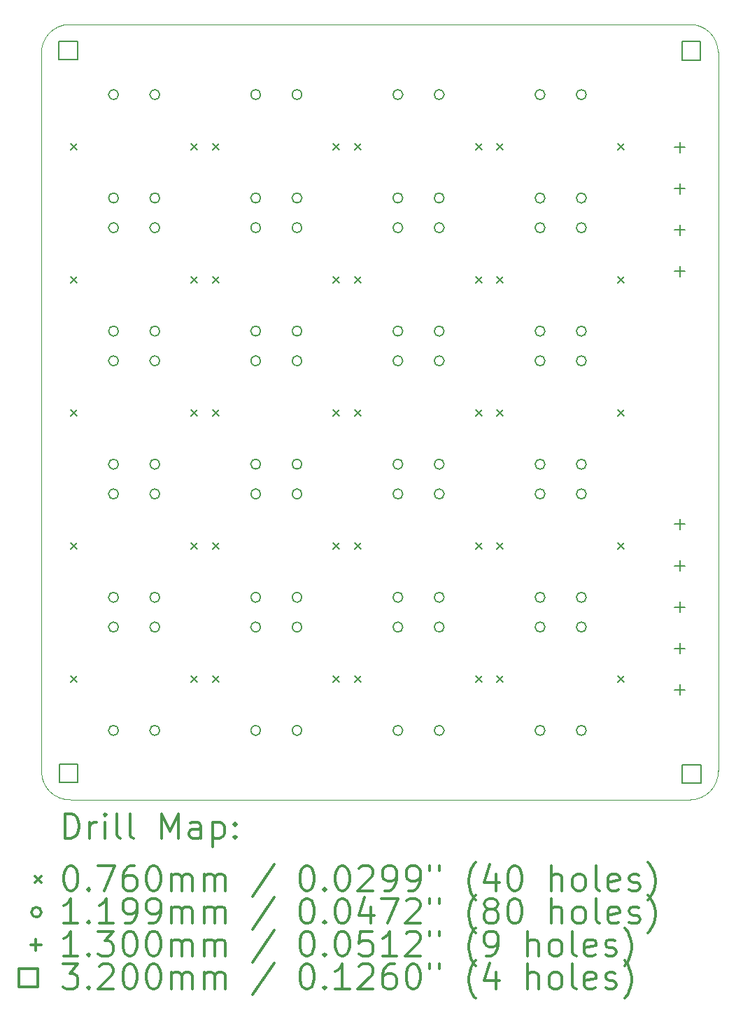
<source format=gbr>
%FSLAX45Y45*%
G04 Gerber Fmt 4.5, Leading zero omitted, Abs format (unit mm)*
G04 Created by KiCad (PCBNEW (5.1.10)-1) date 2021-10-20 08:09:59*
%MOMM*%
%LPD*%
G01*
G04 APERTURE LIST*
%TA.AperFunction,Profile*%
%ADD10C,0.050000*%
%TD*%
%ADD11C,0.200000*%
%ADD12C,0.300000*%
G04 APERTURE END LIST*
D10*
X18138648Y-14800072D02*
X18138235Y-6109877D01*
X9950450Y-14816582D02*
X9950035Y-6126067D01*
X17806416Y-15148814D02*
X10299192Y-15148814D01*
X18138809Y-14800231D02*
G75*
G02*
X17806416Y-15148814I-338489J-10001D01*
G01*
X10299192Y-15148814D02*
G75*
G02*
X9950609Y-14816421I-10001J338489D01*
G01*
X17789652Y-5777484D02*
G75*
G02*
X18138235Y-6109877I10001J-338489D01*
G01*
X9950035Y-6126067D02*
G75*
G02*
X10282428Y-5777484I338489J10001D01*
G01*
X10282428Y-5777484D02*
X17789652Y-5777484D01*
D11*
X10300360Y-7215478D02*
X10376360Y-7291478D01*
X10376360Y-7215478D02*
X10300360Y-7291478D01*
X10300360Y-8824478D02*
X10376360Y-8900478D01*
X10376360Y-8824478D02*
X10300360Y-8900478D01*
X10300360Y-10433478D02*
X10376360Y-10509478D01*
X10376360Y-10433478D02*
X10300360Y-10509478D01*
X10300360Y-12042478D02*
X10376360Y-12118478D01*
X10376360Y-12042478D02*
X10300360Y-12118478D01*
X10300360Y-13651478D02*
X10376360Y-13727478D01*
X10376360Y-13651478D02*
X10300360Y-13727478D01*
X11760360Y-7215478D02*
X11836360Y-7291478D01*
X11836360Y-7215478D02*
X11760360Y-7291478D01*
X11760360Y-8824478D02*
X11836360Y-8900478D01*
X11836360Y-8824478D02*
X11760360Y-8900478D01*
X11760360Y-10433478D02*
X11836360Y-10509478D01*
X11836360Y-10433478D02*
X11760360Y-10509478D01*
X11760360Y-12042478D02*
X11836360Y-12118478D01*
X11836360Y-12042478D02*
X11760360Y-12118478D01*
X11760360Y-13651478D02*
X11836360Y-13727478D01*
X11836360Y-13651478D02*
X11760360Y-13727478D01*
X12020860Y-7215478D02*
X12096860Y-7291478D01*
X12096860Y-7215478D02*
X12020860Y-7291478D01*
X12020860Y-8824478D02*
X12096860Y-8900478D01*
X12096860Y-8824478D02*
X12020860Y-8900478D01*
X12020860Y-10433478D02*
X12096860Y-10509478D01*
X12096860Y-10433478D02*
X12020860Y-10509478D01*
X12020860Y-12042478D02*
X12096860Y-12118478D01*
X12096860Y-12042478D02*
X12020860Y-12118478D01*
X12020860Y-13651478D02*
X12096860Y-13727478D01*
X12096860Y-13651478D02*
X12020860Y-13727478D01*
X13480860Y-7215478D02*
X13556860Y-7291478D01*
X13556860Y-7215478D02*
X13480860Y-7291478D01*
X13480860Y-8824478D02*
X13556860Y-8900478D01*
X13556860Y-8824478D02*
X13480860Y-8900478D01*
X13480860Y-10433478D02*
X13556860Y-10509478D01*
X13556860Y-10433478D02*
X13480860Y-10509478D01*
X13480860Y-12042478D02*
X13556860Y-12118478D01*
X13556860Y-12042478D02*
X13480860Y-12118478D01*
X13480860Y-13651478D02*
X13556860Y-13727478D01*
X13556860Y-13651478D02*
X13480860Y-13727478D01*
X13741360Y-7215478D02*
X13817360Y-7291478D01*
X13817360Y-7215478D02*
X13741360Y-7291478D01*
X13741360Y-8824478D02*
X13817360Y-8900478D01*
X13817360Y-8824478D02*
X13741360Y-8900478D01*
X13741360Y-10433478D02*
X13817360Y-10509478D01*
X13817360Y-10433478D02*
X13741360Y-10509478D01*
X13741360Y-12042478D02*
X13817360Y-12118478D01*
X13817360Y-12042478D02*
X13741360Y-12118478D01*
X13741360Y-13651478D02*
X13817360Y-13727478D01*
X13817360Y-13651478D02*
X13741360Y-13727478D01*
X15201360Y-7215478D02*
X15277360Y-7291478D01*
X15277360Y-7215478D02*
X15201360Y-7291478D01*
X15201360Y-8824478D02*
X15277360Y-8900478D01*
X15277360Y-8824478D02*
X15201360Y-8900478D01*
X15201360Y-10433478D02*
X15277360Y-10509478D01*
X15277360Y-10433478D02*
X15201360Y-10509478D01*
X15201360Y-12042478D02*
X15277360Y-12118478D01*
X15277360Y-12042478D02*
X15201360Y-12118478D01*
X15201360Y-13651478D02*
X15277360Y-13727478D01*
X15277360Y-13651478D02*
X15201360Y-13727478D01*
X15461860Y-7215478D02*
X15537860Y-7291478D01*
X15537860Y-7215478D02*
X15461860Y-7291478D01*
X15461860Y-8824478D02*
X15537860Y-8900478D01*
X15537860Y-8824478D02*
X15461860Y-8900478D01*
X15461860Y-10433478D02*
X15537860Y-10509478D01*
X15537860Y-10433478D02*
X15461860Y-10509478D01*
X15461860Y-12042478D02*
X15537860Y-12118478D01*
X15537860Y-12042478D02*
X15461860Y-12118478D01*
X15461860Y-13651478D02*
X15537860Y-13727478D01*
X15537860Y-13651478D02*
X15461860Y-13727478D01*
X16921860Y-7215478D02*
X16997860Y-7291478D01*
X16997860Y-7215478D02*
X16921860Y-7291478D01*
X16921860Y-8824478D02*
X16997860Y-8900478D01*
X16997860Y-8824478D02*
X16921860Y-8900478D01*
X16921860Y-10433478D02*
X16997860Y-10509478D01*
X16997860Y-10433478D02*
X16921860Y-10509478D01*
X16921860Y-12042478D02*
X16997860Y-12118478D01*
X16997860Y-12042478D02*
X16921860Y-12118478D01*
X16921860Y-13651478D02*
X16997860Y-13727478D01*
X16997860Y-13651478D02*
X16921860Y-13727478D01*
X10880852Y-6624574D02*
G75*
G03*
X10880852Y-6624574I-59944J0D01*
G01*
X10880852Y-7874254D02*
G75*
G03*
X10880852Y-7874254I-59944J0D01*
G01*
X10880852Y-8233574D02*
G75*
G03*
X10880852Y-8233574I-59944J0D01*
G01*
X10880852Y-9483254D02*
G75*
G03*
X10880852Y-9483254I-59944J0D01*
G01*
X10880852Y-9842574D02*
G75*
G03*
X10880852Y-9842574I-59944J0D01*
G01*
X10880852Y-11092254D02*
G75*
G03*
X10880852Y-11092254I-59944J0D01*
G01*
X10880852Y-11451574D02*
G75*
G03*
X10880852Y-11451574I-59944J0D01*
G01*
X10880852Y-12701254D02*
G75*
G03*
X10880852Y-12701254I-59944J0D01*
G01*
X10880852Y-13060574D02*
G75*
G03*
X10880852Y-13060574I-59944J0D01*
G01*
X10880852Y-14310254D02*
G75*
G03*
X10880852Y-14310254I-59944J0D01*
G01*
X11380724Y-6624574D02*
G75*
G03*
X11380724Y-6624574I-59944J0D01*
G01*
X11380724Y-7874254D02*
G75*
G03*
X11380724Y-7874254I-59944J0D01*
G01*
X11380724Y-8233574D02*
G75*
G03*
X11380724Y-8233574I-59944J0D01*
G01*
X11380724Y-9483254D02*
G75*
G03*
X11380724Y-9483254I-59944J0D01*
G01*
X11380724Y-9842574D02*
G75*
G03*
X11380724Y-9842574I-59944J0D01*
G01*
X11380724Y-11092254D02*
G75*
G03*
X11380724Y-11092254I-59944J0D01*
G01*
X11380724Y-11451574D02*
G75*
G03*
X11380724Y-11451574I-59944J0D01*
G01*
X11380724Y-12701254D02*
G75*
G03*
X11380724Y-12701254I-59944J0D01*
G01*
X11380724Y-13060574D02*
G75*
G03*
X11380724Y-13060574I-59944J0D01*
G01*
X11380724Y-14310254D02*
G75*
G03*
X11380724Y-14310254I-59944J0D01*
G01*
X12601352Y-6624574D02*
G75*
G03*
X12601352Y-6624574I-59944J0D01*
G01*
X12601352Y-7874254D02*
G75*
G03*
X12601352Y-7874254I-59944J0D01*
G01*
X12601352Y-8233574D02*
G75*
G03*
X12601352Y-8233574I-59944J0D01*
G01*
X12601352Y-9483254D02*
G75*
G03*
X12601352Y-9483254I-59944J0D01*
G01*
X12601352Y-9842574D02*
G75*
G03*
X12601352Y-9842574I-59944J0D01*
G01*
X12601352Y-11092254D02*
G75*
G03*
X12601352Y-11092254I-59944J0D01*
G01*
X12601352Y-11451574D02*
G75*
G03*
X12601352Y-11451574I-59944J0D01*
G01*
X12601352Y-12701254D02*
G75*
G03*
X12601352Y-12701254I-59944J0D01*
G01*
X12601352Y-13060574D02*
G75*
G03*
X12601352Y-13060574I-59944J0D01*
G01*
X12601352Y-14310254D02*
G75*
G03*
X12601352Y-14310254I-59944J0D01*
G01*
X13101224Y-6624574D02*
G75*
G03*
X13101224Y-6624574I-59944J0D01*
G01*
X13101224Y-7874254D02*
G75*
G03*
X13101224Y-7874254I-59944J0D01*
G01*
X13101224Y-8233574D02*
G75*
G03*
X13101224Y-8233574I-59944J0D01*
G01*
X13101224Y-9483254D02*
G75*
G03*
X13101224Y-9483254I-59944J0D01*
G01*
X13101224Y-9842574D02*
G75*
G03*
X13101224Y-9842574I-59944J0D01*
G01*
X13101224Y-11092254D02*
G75*
G03*
X13101224Y-11092254I-59944J0D01*
G01*
X13101224Y-11451574D02*
G75*
G03*
X13101224Y-11451574I-59944J0D01*
G01*
X13101224Y-12701254D02*
G75*
G03*
X13101224Y-12701254I-59944J0D01*
G01*
X13101224Y-13060574D02*
G75*
G03*
X13101224Y-13060574I-59944J0D01*
G01*
X13101224Y-14310254D02*
G75*
G03*
X13101224Y-14310254I-59944J0D01*
G01*
X14321852Y-6624574D02*
G75*
G03*
X14321852Y-6624574I-59944J0D01*
G01*
X14321852Y-7874254D02*
G75*
G03*
X14321852Y-7874254I-59944J0D01*
G01*
X14321852Y-8233574D02*
G75*
G03*
X14321852Y-8233574I-59944J0D01*
G01*
X14321852Y-9483254D02*
G75*
G03*
X14321852Y-9483254I-59944J0D01*
G01*
X14321852Y-9842574D02*
G75*
G03*
X14321852Y-9842574I-59944J0D01*
G01*
X14321852Y-11092254D02*
G75*
G03*
X14321852Y-11092254I-59944J0D01*
G01*
X14321852Y-11451574D02*
G75*
G03*
X14321852Y-11451574I-59944J0D01*
G01*
X14321852Y-12701254D02*
G75*
G03*
X14321852Y-12701254I-59944J0D01*
G01*
X14321852Y-13060574D02*
G75*
G03*
X14321852Y-13060574I-59944J0D01*
G01*
X14321852Y-14310254D02*
G75*
G03*
X14321852Y-14310254I-59944J0D01*
G01*
X14821724Y-6624574D02*
G75*
G03*
X14821724Y-6624574I-59944J0D01*
G01*
X14821724Y-7874254D02*
G75*
G03*
X14821724Y-7874254I-59944J0D01*
G01*
X14821724Y-8233574D02*
G75*
G03*
X14821724Y-8233574I-59944J0D01*
G01*
X14821724Y-9483254D02*
G75*
G03*
X14821724Y-9483254I-59944J0D01*
G01*
X14821724Y-9842574D02*
G75*
G03*
X14821724Y-9842574I-59944J0D01*
G01*
X14821724Y-11092254D02*
G75*
G03*
X14821724Y-11092254I-59944J0D01*
G01*
X14821724Y-11451574D02*
G75*
G03*
X14821724Y-11451574I-59944J0D01*
G01*
X14821724Y-12701254D02*
G75*
G03*
X14821724Y-12701254I-59944J0D01*
G01*
X14821724Y-13060574D02*
G75*
G03*
X14821724Y-13060574I-59944J0D01*
G01*
X14821724Y-14310254D02*
G75*
G03*
X14821724Y-14310254I-59944J0D01*
G01*
X16042352Y-6624574D02*
G75*
G03*
X16042352Y-6624574I-59944J0D01*
G01*
X16042352Y-7874254D02*
G75*
G03*
X16042352Y-7874254I-59944J0D01*
G01*
X16042352Y-8233574D02*
G75*
G03*
X16042352Y-8233574I-59944J0D01*
G01*
X16042352Y-9483254D02*
G75*
G03*
X16042352Y-9483254I-59944J0D01*
G01*
X16042352Y-9842574D02*
G75*
G03*
X16042352Y-9842574I-59944J0D01*
G01*
X16042352Y-11092254D02*
G75*
G03*
X16042352Y-11092254I-59944J0D01*
G01*
X16042352Y-11451574D02*
G75*
G03*
X16042352Y-11451574I-59944J0D01*
G01*
X16042352Y-12701254D02*
G75*
G03*
X16042352Y-12701254I-59944J0D01*
G01*
X16042352Y-13060574D02*
G75*
G03*
X16042352Y-13060574I-59944J0D01*
G01*
X16042352Y-14310254D02*
G75*
G03*
X16042352Y-14310254I-59944J0D01*
G01*
X16542224Y-6624574D02*
G75*
G03*
X16542224Y-6624574I-59944J0D01*
G01*
X16542224Y-7874254D02*
G75*
G03*
X16542224Y-7874254I-59944J0D01*
G01*
X16542224Y-8233574D02*
G75*
G03*
X16542224Y-8233574I-59944J0D01*
G01*
X16542224Y-9483254D02*
G75*
G03*
X16542224Y-9483254I-59944J0D01*
G01*
X16542224Y-9842574D02*
G75*
G03*
X16542224Y-9842574I-59944J0D01*
G01*
X16542224Y-11092254D02*
G75*
G03*
X16542224Y-11092254I-59944J0D01*
G01*
X16542224Y-11451574D02*
G75*
G03*
X16542224Y-11451574I-59944J0D01*
G01*
X16542224Y-12701254D02*
G75*
G03*
X16542224Y-12701254I-59944J0D01*
G01*
X16542224Y-13060574D02*
G75*
G03*
X16542224Y-13060574I-59944J0D01*
G01*
X16542224Y-14310254D02*
G75*
G03*
X16542224Y-14310254I-59944J0D01*
G01*
X17674336Y-7195590D02*
X17674336Y-7325590D01*
X17609336Y-7260590D02*
X17739336Y-7260590D01*
X17674336Y-7695590D02*
X17674336Y-7825590D01*
X17609336Y-7760590D02*
X17739336Y-7760590D01*
X17674336Y-8195590D02*
X17674336Y-8325590D01*
X17609336Y-8260590D02*
X17739336Y-8260590D01*
X17674336Y-8695590D02*
X17674336Y-8825590D01*
X17609336Y-8760590D02*
X17739336Y-8760590D01*
X17674336Y-11753112D02*
X17674336Y-11883112D01*
X17609336Y-11818112D02*
X17739336Y-11818112D01*
X17674336Y-12253112D02*
X17674336Y-12383112D01*
X17609336Y-12318112D02*
X17739336Y-12318112D01*
X17674336Y-12753112D02*
X17674336Y-12883112D01*
X17609336Y-12818112D02*
X17739336Y-12818112D01*
X17674336Y-13253112D02*
X17674336Y-13383112D01*
X17609336Y-13318112D02*
X17739336Y-13318112D01*
X17674336Y-13753112D02*
X17674336Y-13883112D01*
X17609336Y-13818112D02*
X17739336Y-13818112D01*
X10385660Y-6203804D02*
X10385660Y-5977528D01*
X10159384Y-5977528D01*
X10159384Y-6203804D01*
X10385660Y-6203804D01*
X10389724Y-14942166D02*
X10389724Y-14715890D01*
X10163448Y-14715890D01*
X10163448Y-14942166D01*
X10389724Y-14942166D01*
X17925396Y-6210408D02*
X17925396Y-5984132D01*
X17699120Y-5984132D01*
X17699120Y-6210408D01*
X17925396Y-6210408D01*
X17929460Y-14948770D02*
X17929460Y-14722494D01*
X17703184Y-14722494D01*
X17703184Y-14948770D01*
X17929460Y-14948770D01*
D12*
X10233816Y-15617176D02*
X10233816Y-15317176D01*
X10305244Y-15317176D01*
X10348101Y-15331462D01*
X10376673Y-15360033D01*
X10390958Y-15388605D01*
X10405244Y-15445748D01*
X10405244Y-15488605D01*
X10390958Y-15545748D01*
X10376673Y-15574319D01*
X10348101Y-15602890D01*
X10305244Y-15617176D01*
X10233816Y-15617176D01*
X10533816Y-15617176D02*
X10533816Y-15417176D01*
X10533816Y-15474319D02*
X10548101Y-15445748D01*
X10562387Y-15431462D01*
X10590958Y-15417176D01*
X10619530Y-15417176D01*
X10719530Y-15617176D02*
X10719530Y-15417176D01*
X10719530Y-15317176D02*
X10705244Y-15331462D01*
X10719530Y-15345748D01*
X10733816Y-15331462D01*
X10719530Y-15317176D01*
X10719530Y-15345748D01*
X10905244Y-15617176D02*
X10876673Y-15602890D01*
X10862387Y-15574319D01*
X10862387Y-15317176D01*
X11062387Y-15617176D02*
X11033816Y-15602890D01*
X11019530Y-15574319D01*
X11019530Y-15317176D01*
X11405244Y-15617176D02*
X11405244Y-15317176D01*
X11505244Y-15531462D01*
X11605244Y-15317176D01*
X11605244Y-15617176D01*
X11876673Y-15617176D02*
X11876673Y-15460033D01*
X11862387Y-15431462D01*
X11833815Y-15417176D01*
X11776673Y-15417176D01*
X11748101Y-15431462D01*
X11876673Y-15602890D02*
X11848101Y-15617176D01*
X11776673Y-15617176D01*
X11748101Y-15602890D01*
X11733815Y-15574319D01*
X11733815Y-15545748D01*
X11748101Y-15517176D01*
X11776673Y-15502890D01*
X11848101Y-15502890D01*
X11876673Y-15488605D01*
X12019530Y-15417176D02*
X12019530Y-15717176D01*
X12019530Y-15431462D02*
X12048101Y-15417176D01*
X12105244Y-15417176D01*
X12133815Y-15431462D01*
X12148101Y-15445748D01*
X12162387Y-15474319D01*
X12162387Y-15560033D01*
X12148101Y-15588605D01*
X12133815Y-15602890D01*
X12105244Y-15617176D01*
X12048101Y-15617176D01*
X12019530Y-15602890D01*
X12290958Y-15588605D02*
X12305244Y-15602890D01*
X12290958Y-15617176D01*
X12276673Y-15602890D01*
X12290958Y-15588605D01*
X12290958Y-15617176D01*
X12290958Y-15431462D02*
X12305244Y-15445748D01*
X12290958Y-15460033D01*
X12276673Y-15445748D01*
X12290958Y-15431462D01*
X12290958Y-15460033D01*
X9871387Y-16073462D02*
X9947387Y-16149462D01*
X9947387Y-16073462D02*
X9871387Y-16149462D01*
X10290958Y-15947176D02*
X10319530Y-15947176D01*
X10348101Y-15961462D01*
X10362387Y-15975748D01*
X10376673Y-16004319D01*
X10390958Y-16061462D01*
X10390958Y-16132890D01*
X10376673Y-16190033D01*
X10362387Y-16218605D01*
X10348101Y-16232890D01*
X10319530Y-16247176D01*
X10290958Y-16247176D01*
X10262387Y-16232890D01*
X10248101Y-16218605D01*
X10233816Y-16190033D01*
X10219530Y-16132890D01*
X10219530Y-16061462D01*
X10233816Y-16004319D01*
X10248101Y-15975748D01*
X10262387Y-15961462D01*
X10290958Y-15947176D01*
X10519530Y-16218605D02*
X10533816Y-16232890D01*
X10519530Y-16247176D01*
X10505244Y-16232890D01*
X10519530Y-16218605D01*
X10519530Y-16247176D01*
X10633816Y-15947176D02*
X10833816Y-15947176D01*
X10705244Y-16247176D01*
X11076673Y-15947176D02*
X11019530Y-15947176D01*
X10990958Y-15961462D01*
X10976673Y-15975748D01*
X10948101Y-16018605D01*
X10933816Y-16075748D01*
X10933816Y-16190033D01*
X10948101Y-16218605D01*
X10962387Y-16232890D01*
X10990958Y-16247176D01*
X11048101Y-16247176D01*
X11076673Y-16232890D01*
X11090958Y-16218605D01*
X11105244Y-16190033D01*
X11105244Y-16118605D01*
X11090958Y-16090033D01*
X11076673Y-16075748D01*
X11048101Y-16061462D01*
X10990958Y-16061462D01*
X10962387Y-16075748D01*
X10948101Y-16090033D01*
X10933816Y-16118605D01*
X11290958Y-15947176D02*
X11319530Y-15947176D01*
X11348101Y-15961462D01*
X11362387Y-15975748D01*
X11376673Y-16004319D01*
X11390958Y-16061462D01*
X11390958Y-16132890D01*
X11376673Y-16190033D01*
X11362387Y-16218605D01*
X11348101Y-16232890D01*
X11319530Y-16247176D01*
X11290958Y-16247176D01*
X11262387Y-16232890D01*
X11248101Y-16218605D01*
X11233815Y-16190033D01*
X11219530Y-16132890D01*
X11219530Y-16061462D01*
X11233815Y-16004319D01*
X11248101Y-15975748D01*
X11262387Y-15961462D01*
X11290958Y-15947176D01*
X11519530Y-16247176D02*
X11519530Y-16047176D01*
X11519530Y-16075748D02*
X11533815Y-16061462D01*
X11562387Y-16047176D01*
X11605244Y-16047176D01*
X11633815Y-16061462D01*
X11648101Y-16090033D01*
X11648101Y-16247176D01*
X11648101Y-16090033D02*
X11662387Y-16061462D01*
X11690958Y-16047176D01*
X11733815Y-16047176D01*
X11762387Y-16061462D01*
X11776673Y-16090033D01*
X11776673Y-16247176D01*
X11919530Y-16247176D02*
X11919530Y-16047176D01*
X11919530Y-16075748D02*
X11933815Y-16061462D01*
X11962387Y-16047176D01*
X12005244Y-16047176D01*
X12033815Y-16061462D01*
X12048101Y-16090033D01*
X12048101Y-16247176D01*
X12048101Y-16090033D02*
X12062387Y-16061462D01*
X12090958Y-16047176D01*
X12133815Y-16047176D01*
X12162387Y-16061462D01*
X12176673Y-16090033D01*
X12176673Y-16247176D01*
X12762387Y-15932890D02*
X12505244Y-16318605D01*
X13148101Y-15947176D02*
X13176673Y-15947176D01*
X13205244Y-15961462D01*
X13219530Y-15975748D01*
X13233815Y-16004319D01*
X13248101Y-16061462D01*
X13248101Y-16132890D01*
X13233815Y-16190033D01*
X13219530Y-16218605D01*
X13205244Y-16232890D01*
X13176673Y-16247176D01*
X13148101Y-16247176D01*
X13119530Y-16232890D01*
X13105244Y-16218605D01*
X13090958Y-16190033D01*
X13076673Y-16132890D01*
X13076673Y-16061462D01*
X13090958Y-16004319D01*
X13105244Y-15975748D01*
X13119530Y-15961462D01*
X13148101Y-15947176D01*
X13376673Y-16218605D02*
X13390958Y-16232890D01*
X13376673Y-16247176D01*
X13362387Y-16232890D01*
X13376673Y-16218605D01*
X13376673Y-16247176D01*
X13576673Y-15947176D02*
X13605244Y-15947176D01*
X13633815Y-15961462D01*
X13648101Y-15975748D01*
X13662387Y-16004319D01*
X13676673Y-16061462D01*
X13676673Y-16132890D01*
X13662387Y-16190033D01*
X13648101Y-16218605D01*
X13633815Y-16232890D01*
X13605244Y-16247176D01*
X13576673Y-16247176D01*
X13548101Y-16232890D01*
X13533815Y-16218605D01*
X13519530Y-16190033D01*
X13505244Y-16132890D01*
X13505244Y-16061462D01*
X13519530Y-16004319D01*
X13533815Y-15975748D01*
X13548101Y-15961462D01*
X13576673Y-15947176D01*
X13790958Y-15975748D02*
X13805244Y-15961462D01*
X13833815Y-15947176D01*
X13905244Y-15947176D01*
X13933815Y-15961462D01*
X13948101Y-15975748D01*
X13962387Y-16004319D01*
X13962387Y-16032890D01*
X13948101Y-16075748D01*
X13776673Y-16247176D01*
X13962387Y-16247176D01*
X14105244Y-16247176D02*
X14162387Y-16247176D01*
X14190958Y-16232890D01*
X14205244Y-16218605D01*
X14233815Y-16175748D01*
X14248101Y-16118605D01*
X14248101Y-16004319D01*
X14233815Y-15975748D01*
X14219530Y-15961462D01*
X14190958Y-15947176D01*
X14133815Y-15947176D01*
X14105244Y-15961462D01*
X14090958Y-15975748D01*
X14076673Y-16004319D01*
X14076673Y-16075748D01*
X14090958Y-16104319D01*
X14105244Y-16118605D01*
X14133815Y-16132890D01*
X14190958Y-16132890D01*
X14219530Y-16118605D01*
X14233815Y-16104319D01*
X14248101Y-16075748D01*
X14390958Y-16247176D02*
X14448101Y-16247176D01*
X14476673Y-16232890D01*
X14490958Y-16218605D01*
X14519530Y-16175748D01*
X14533815Y-16118605D01*
X14533815Y-16004319D01*
X14519530Y-15975748D01*
X14505244Y-15961462D01*
X14476673Y-15947176D01*
X14419530Y-15947176D01*
X14390958Y-15961462D01*
X14376673Y-15975748D01*
X14362387Y-16004319D01*
X14362387Y-16075748D01*
X14376673Y-16104319D01*
X14390958Y-16118605D01*
X14419530Y-16132890D01*
X14476673Y-16132890D01*
X14505244Y-16118605D01*
X14519530Y-16104319D01*
X14533815Y-16075748D01*
X14648101Y-15947176D02*
X14648101Y-16004319D01*
X14762387Y-15947176D02*
X14762387Y-16004319D01*
X15205244Y-16361462D02*
X15190958Y-16347176D01*
X15162387Y-16304319D01*
X15148101Y-16275748D01*
X15133815Y-16232890D01*
X15119530Y-16161462D01*
X15119530Y-16104319D01*
X15133815Y-16032890D01*
X15148101Y-15990033D01*
X15162387Y-15961462D01*
X15190958Y-15918605D01*
X15205244Y-15904319D01*
X15448101Y-16047176D02*
X15448101Y-16247176D01*
X15376673Y-15932890D02*
X15305244Y-16147176D01*
X15490958Y-16147176D01*
X15662387Y-15947176D02*
X15690958Y-15947176D01*
X15719530Y-15961462D01*
X15733815Y-15975748D01*
X15748101Y-16004319D01*
X15762387Y-16061462D01*
X15762387Y-16132890D01*
X15748101Y-16190033D01*
X15733815Y-16218605D01*
X15719530Y-16232890D01*
X15690958Y-16247176D01*
X15662387Y-16247176D01*
X15633815Y-16232890D01*
X15619530Y-16218605D01*
X15605244Y-16190033D01*
X15590958Y-16132890D01*
X15590958Y-16061462D01*
X15605244Y-16004319D01*
X15619530Y-15975748D01*
X15633815Y-15961462D01*
X15662387Y-15947176D01*
X16119530Y-16247176D02*
X16119530Y-15947176D01*
X16248101Y-16247176D02*
X16248101Y-16090033D01*
X16233815Y-16061462D01*
X16205244Y-16047176D01*
X16162387Y-16047176D01*
X16133815Y-16061462D01*
X16119530Y-16075748D01*
X16433815Y-16247176D02*
X16405244Y-16232890D01*
X16390958Y-16218605D01*
X16376673Y-16190033D01*
X16376673Y-16104319D01*
X16390958Y-16075748D01*
X16405244Y-16061462D01*
X16433815Y-16047176D01*
X16476673Y-16047176D01*
X16505244Y-16061462D01*
X16519530Y-16075748D01*
X16533815Y-16104319D01*
X16533815Y-16190033D01*
X16519530Y-16218605D01*
X16505244Y-16232890D01*
X16476673Y-16247176D01*
X16433815Y-16247176D01*
X16705244Y-16247176D02*
X16676673Y-16232890D01*
X16662387Y-16204319D01*
X16662387Y-15947176D01*
X16933816Y-16232890D02*
X16905244Y-16247176D01*
X16848101Y-16247176D01*
X16819530Y-16232890D01*
X16805244Y-16204319D01*
X16805244Y-16090033D01*
X16819530Y-16061462D01*
X16848101Y-16047176D01*
X16905244Y-16047176D01*
X16933816Y-16061462D01*
X16948101Y-16090033D01*
X16948101Y-16118605D01*
X16805244Y-16147176D01*
X17062387Y-16232890D02*
X17090958Y-16247176D01*
X17148101Y-16247176D01*
X17176673Y-16232890D01*
X17190958Y-16204319D01*
X17190958Y-16190033D01*
X17176673Y-16161462D01*
X17148101Y-16147176D01*
X17105244Y-16147176D01*
X17076673Y-16132890D01*
X17062387Y-16104319D01*
X17062387Y-16090033D01*
X17076673Y-16061462D01*
X17105244Y-16047176D01*
X17148101Y-16047176D01*
X17176673Y-16061462D01*
X17290958Y-16361462D02*
X17305244Y-16347176D01*
X17333816Y-16304319D01*
X17348101Y-16275748D01*
X17362387Y-16232890D01*
X17376673Y-16161462D01*
X17376673Y-16104319D01*
X17362387Y-16032890D01*
X17348101Y-15990033D01*
X17333816Y-15961462D01*
X17305244Y-15918605D01*
X17290958Y-15904319D01*
X9947387Y-16507462D02*
G75*
G03*
X9947387Y-16507462I-59944J0D01*
G01*
X10390958Y-16643176D02*
X10219530Y-16643176D01*
X10305244Y-16643176D02*
X10305244Y-16343176D01*
X10276673Y-16386033D01*
X10248101Y-16414605D01*
X10219530Y-16428890D01*
X10519530Y-16614605D02*
X10533816Y-16628890D01*
X10519530Y-16643176D01*
X10505244Y-16628890D01*
X10519530Y-16614605D01*
X10519530Y-16643176D01*
X10819530Y-16643176D02*
X10648101Y-16643176D01*
X10733816Y-16643176D02*
X10733816Y-16343176D01*
X10705244Y-16386033D01*
X10676673Y-16414605D01*
X10648101Y-16428890D01*
X10962387Y-16643176D02*
X11019530Y-16643176D01*
X11048101Y-16628890D01*
X11062387Y-16614605D01*
X11090958Y-16571748D01*
X11105244Y-16514605D01*
X11105244Y-16400319D01*
X11090958Y-16371748D01*
X11076673Y-16357462D01*
X11048101Y-16343176D01*
X10990958Y-16343176D01*
X10962387Y-16357462D01*
X10948101Y-16371748D01*
X10933816Y-16400319D01*
X10933816Y-16471748D01*
X10948101Y-16500319D01*
X10962387Y-16514605D01*
X10990958Y-16528890D01*
X11048101Y-16528890D01*
X11076673Y-16514605D01*
X11090958Y-16500319D01*
X11105244Y-16471748D01*
X11248101Y-16643176D02*
X11305244Y-16643176D01*
X11333815Y-16628890D01*
X11348101Y-16614605D01*
X11376673Y-16571748D01*
X11390958Y-16514605D01*
X11390958Y-16400319D01*
X11376673Y-16371748D01*
X11362387Y-16357462D01*
X11333815Y-16343176D01*
X11276673Y-16343176D01*
X11248101Y-16357462D01*
X11233815Y-16371748D01*
X11219530Y-16400319D01*
X11219530Y-16471748D01*
X11233815Y-16500319D01*
X11248101Y-16514605D01*
X11276673Y-16528890D01*
X11333815Y-16528890D01*
X11362387Y-16514605D01*
X11376673Y-16500319D01*
X11390958Y-16471748D01*
X11519530Y-16643176D02*
X11519530Y-16443176D01*
X11519530Y-16471748D02*
X11533815Y-16457462D01*
X11562387Y-16443176D01*
X11605244Y-16443176D01*
X11633815Y-16457462D01*
X11648101Y-16486033D01*
X11648101Y-16643176D01*
X11648101Y-16486033D02*
X11662387Y-16457462D01*
X11690958Y-16443176D01*
X11733815Y-16443176D01*
X11762387Y-16457462D01*
X11776673Y-16486033D01*
X11776673Y-16643176D01*
X11919530Y-16643176D02*
X11919530Y-16443176D01*
X11919530Y-16471748D02*
X11933815Y-16457462D01*
X11962387Y-16443176D01*
X12005244Y-16443176D01*
X12033815Y-16457462D01*
X12048101Y-16486033D01*
X12048101Y-16643176D01*
X12048101Y-16486033D02*
X12062387Y-16457462D01*
X12090958Y-16443176D01*
X12133815Y-16443176D01*
X12162387Y-16457462D01*
X12176673Y-16486033D01*
X12176673Y-16643176D01*
X12762387Y-16328890D02*
X12505244Y-16714605D01*
X13148101Y-16343176D02*
X13176673Y-16343176D01*
X13205244Y-16357462D01*
X13219530Y-16371748D01*
X13233815Y-16400319D01*
X13248101Y-16457462D01*
X13248101Y-16528890D01*
X13233815Y-16586033D01*
X13219530Y-16614605D01*
X13205244Y-16628890D01*
X13176673Y-16643176D01*
X13148101Y-16643176D01*
X13119530Y-16628890D01*
X13105244Y-16614605D01*
X13090958Y-16586033D01*
X13076673Y-16528890D01*
X13076673Y-16457462D01*
X13090958Y-16400319D01*
X13105244Y-16371748D01*
X13119530Y-16357462D01*
X13148101Y-16343176D01*
X13376673Y-16614605D02*
X13390958Y-16628890D01*
X13376673Y-16643176D01*
X13362387Y-16628890D01*
X13376673Y-16614605D01*
X13376673Y-16643176D01*
X13576673Y-16343176D02*
X13605244Y-16343176D01*
X13633815Y-16357462D01*
X13648101Y-16371748D01*
X13662387Y-16400319D01*
X13676673Y-16457462D01*
X13676673Y-16528890D01*
X13662387Y-16586033D01*
X13648101Y-16614605D01*
X13633815Y-16628890D01*
X13605244Y-16643176D01*
X13576673Y-16643176D01*
X13548101Y-16628890D01*
X13533815Y-16614605D01*
X13519530Y-16586033D01*
X13505244Y-16528890D01*
X13505244Y-16457462D01*
X13519530Y-16400319D01*
X13533815Y-16371748D01*
X13548101Y-16357462D01*
X13576673Y-16343176D01*
X13933815Y-16443176D02*
X13933815Y-16643176D01*
X13862387Y-16328890D02*
X13790958Y-16543176D01*
X13976673Y-16543176D01*
X14062387Y-16343176D02*
X14262387Y-16343176D01*
X14133815Y-16643176D01*
X14362387Y-16371748D02*
X14376673Y-16357462D01*
X14405244Y-16343176D01*
X14476673Y-16343176D01*
X14505244Y-16357462D01*
X14519530Y-16371748D01*
X14533815Y-16400319D01*
X14533815Y-16428890D01*
X14519530Y-16471748D01*
X14348101Y-16643176D01*
X14533815Y-16643176D01*
X14648101Y-16343176D02*
X14648101Y-16400319D01*
X14762387Y-16343176D02*
X14762387Y-16400319D01*
X15205244Y-16757462D02*
X15190958Y-16743176D01*
X15162387Y-16700319D01*
X15148101Y-16671748D01*
X15133815Y-16628890D01*
X15119530Y-16557462D01*
X15119530Y-16500319D01*
X15133815Y-16428890D01*
X15148101Y-16386033D01*
X15162387Y-16357462D01*
X15190958Y-16314605D01*
X15205244Y-16300319D01*
X15362387Y-16471748D02*
X15333815Y-16457462D01*
X15319530Y-16443176D01*
X15305244Y-16414605D01*
X15305244Y-16400319D01*
X15319530Y-16371748D01*
X15333815Y-16357462D01*
X15362387Y-16343176D01*
X15419530Y-16343176D01*
X15448101Y-16357462D01*
X15462387Y-16371748D01*
X15476673Y-16400319D01*
X15476673Y-16414605D01*
X15462387Y-16443176D01*
X15448101Y-16457462D01*
X15419530Y-16471748D01*
X15362387Y-16471748D01*
X15333815Y-16486033D01*
X15319530Y-16500319D01*
X15305244Y-16528890D01*
X15305244Y-16586033D01*
X15319530Y-16614605D01*
X15333815Y-16628890D01*
X15362387Y-16643176D01*
X15419530Y-16643176D01*
X15448101Y-16628890D01*
X15462387Y-16614605D01*
X15476673Y-16586033D01*
X15476673Y-16528890D01*
X15462387Y-16500319D01*
X15448101Y-16486033D01*
X15419530Y-16471748D01*
X15662387Y-16343176D02*
X15690958Y-16343176D01*
X15719530Y-16357462D01*
X15733815Y-16371748D01*
X15748101Y-16400319D01*
X15762387Y-16457462D01*
X15762387Y-16528890D01*
X15748101Y-16586033D01*
X15733815Y-16614605D01*
X15719530Y-16628890D01*
X15690958Y-16643176D01*
X15662387Y-16643176D01*
X15633815Y-16628890D01*
X15619530Y-16614605D01*
X15605244Y-16586033D01*
X15590958Y-16528890D01*
X15590958Y-16457462D01*
X15605244Y-16400319D01*
X15619530Y-16371748D01*
X15633815Y-16357462D01*
X15662387Y-16343176D01*
X16119530Y-16643176D02*
X16119530Y-16343176D01*
X16248101Y-16643176D02*
X16248101Y-16486033D01*
X16233815Y-16457462D01*
X16205244Y-16443176D01*
X16162387Y-16443176D01*
X16133815Y-16457462D01*
X16119530Y-16471748D01*
X16433815Y-16643176D02*
X16405244Y-16628890D01*
X16390958Y-16614605D01*
X16376673Y-16586033D01*
X16376673Y-16500319D01*
X16390958Y-16471748D01*
X16405244Y-16457462D01*
X16433815Y-16443176D01*
X16476673Y-16443176D01*
X16505244Y-16457462D01*
X16519530Y-16471748D01*
X16533815Y-16500319D01*
X16533815Y-16586033D01*
X16519530Y-16614605D01*
X16505244Y-16628890D01*
X16476673Y-16643176D01*
X16433815Y-16643176D01*
X16705244Y-16643176D02*
X16676673Y-16628890D01*
X16662387Y-16600319D01*
X16662387Y-16343176D01*
X16933816Y-16628890D02*
X16905244Y-16643176D01*
X16848101Y-16643176D01*
X16819530Y-16628890D01*
X16805244Y-16600319D01*
X16805244Y-16486033D01*
X16819530Y-16457462D01*
X16848101Y-16443176D01*
X16905244Y-16443176D01*
X16933816Y-16457462D01*
X16948101Y-16486033D01*
X16948101Y-16514605D01*
X16805244Y-16543176D01*
X17062387Y-16628890D02*
X17090958Y-16643176D01*
X17148101Y-16643176D01*
X17176673Y-16628890D01*
X17190958Y-16600319D01*
X17190958Y-16586033D01*
X17176673Y-16557462D01*
X17148101Y-16543176D01*
X17105244Y-16543176D01*
X17076673Y-16528890D01*
X17062387Y-16500319D01*
X17062387Y-16486033D01*
X17076673Y-16457462D01*
X17105244Y-16443176D01*
X17148101Y-16443176D01*
X17176673Y-16457462D01*
X17290958Y-16757462D02*
X17305244Y-16743176D01*
X17333816Y-16700319D01*
X17348101Y-16671748D01*
X17362387Y-16628890D01*
X17376673Y-16557462D01*
X17376673Y-16500319D01*
X17362387Y-16428890D01*
X17348101Y-16386033D01*
X17333816Y-16357462D01*
X17305244Y-16314605D01*
X17290958Y-16300319D01*
X9882387Y-16838462D02*
X9882387Y-16968462D01*
X9817387Y-16903462D02*
X9947387Y-16903462D01*
X10390958Y-17039176D02*
X10219530Y-17039176D01*
X10305244Y-17039176D02*
X10305244Y-16739176D01*
X10276673Y-16782033D01*
X10248101Y-16810605D01*
X10219530Y-16824890D01*
X10519530Y-17010605D02*
X10533816Y-17024890D01*
X10519530Y-17039176D01*
X10505244Y-17024890D01*
X10519530Y-17010605D01*
X10519530Y-17039176D01*
X10633816Y-16739176D02*
X10819530Y-16739176D01*
X10719530Y-16853462D01*
X10762387Y-16853462D01*
X10790958Y-16867748D01*
X10805244Y-16882033D01*
X10819530Y-16910605D01*
X10819530Y-16982033D01*
X10805244Y-17010605D01*
X10790958Y-17024890D01*
X10762387Y-17039176D01*
X10676673Y-17039176D01*
X10648101Y-17024890D01*
X10633816Y-17010605D01*
X11005244Y-16739176D02*
X11033816Y-16739176D01*
X11062387Y-16753462D01*
X11076673Y-16767748D01*
X11090958Y-16796319D01*
X11105244Y-16853462D01*
X11105244Y-16924890D01*
X11090958Y-16982033D01*
X11076673Y-17010605D01*
X11062387Y-17024890D01*
X11033816Y-17039176D01*
X11005244Y-17039176D01*
X10976673Y-17024890D01*
X10962387Y-17010605D01*
X10948101Y-16982033D01*
X10933816Y-16924890D01*
X10933816Y-16853462D01*
X10948101Y-16796319D01*
X10962387Y-16767748D01*
X10976673Y-16753462D01*
X11005244Y-16739176D01*
X11290958Y-16739176D02*
X11319530Y-16739176D01*
X11348101Y-16753462D01*
X11362387Y-16767748D01*
X11376673Y-16796319D01*
X11390958Y-16853462D01*
X11390958Y-16924890D01*
X11376673Y-16982033D01*
X11362387Y-17010605D01*
X11348101Y-17024890D01*
X11319530Y-17039176D01*
X11290958Y-17039176D01*
X11262387Y-17024890D01*
X11248101Y-17010605D01*
X11233815Y-16982033D01*
X11219530Y-16924890D01*
X11219530Y-16853462D01*
X11233815Y-16796319D01*
X11248101Y-16767748D01*
X11262387Y-16753462D01*
X11290958Y-16739176D01*
X11519530Y-17039176D02*
X11519530Y-16839176D01*
X11519530Y-16867748D02*
X11533815Y-16853462D01*
X11562387Y-16839176D01*
X11605244Y-16839176D01*
X11633815Y-16853462D01*
X11648101Y-16882033D01*
X11648101Y-17039176D01*
X11648101Y-16882033D02*
X11662387Y-16853462D01*
X11690958Y-16839176D01*
X11733815Y-16839176D01*
X11762387Y-16853462D01*
X11776673Y-16882033D01*
X11776673Y-17039176D01*
X11919530Y-17039176D02*
X11919530Y-16839176D01*
X11919530Y-16867748D02*
X11933815Y-16853462D01*
X11962387Y-16839176D01*
X12005244Y-16839176D01*
X12033815Y-16853462D01*
X12048101Y-16882033D01*
X12048101Y-17039176D01*
X12048101Y-16882033D02*
X12062387Y-16853462D01*
X12090958Y-16839176D01*
X12133815Y-16839176D01*
X12162387Y-16853462D01*
X12176673Y-16882033D01*
X12176673Y-17039176D01*
X12762387Y-16724890D02*
X12505244Y-17110605D01*
X13148101Y-16739176D02*
X13176673Y-16739176D01*
X13205244Y-16753462D01*
X13219530Y-16767748D01*
X13233815Y-16796319D01*
X13248101Y-16853462D01*
X13248101Y-16924890D01*
X13233815Y-16982033D01*
X13219530Y-17010605D01*
X13205244Y-17024890D01*
X13176673Y-17039176D01*
X13148101Y-17039176D01*
X13119530Y-17024890D01*
X13105244Y-17010605D01*
X13090958Y-16982033D01*
X13076673Y-16924890D01*
X13076673Y-16853462D01*
X13090958Y-16796319D01*
X13105244Y-16767748D01*
X13119530Y-16753462D01*
X13148101Y-16739176D01*
X13376673Y-17010605D02*
X13390958Y-17024890D01*
X13376673Y-17039176D01*
X13362387Y-17024890D01*
X13376673Y-17010605D01*
X13376673Y-17039176D01*
X13576673Y-16739176D02*
X13605244Y-16739176D01*
X13633815Y-16753462D01*
X13648101Y-16767748D01*
X13662387Y-16796319D01*
X13676673Y-16853462D01*
X13676673Y-16924890D01*
X13662387Y-16982033D01*
X13648101Y-17010605D01*
X13633815Y-17024890D01*
X13605244Y-17039176D01*
X13576673Y-17039176D01*
X13548101Y-17024890D01*
X13533815Y-17010605D01*
X13519530Y-16982033D01*
X13505244Y-16924890D01*
X13505244Y-16853462D01*
X13519530Y-16796319D01*
X13533815Y-16767748D01*
X13548101Y-16753462D01*
X13576673Y-16739176D01*
X13948101Y-16739176D02*
X13805244Y-16739176D01*
X13790958Y-16882033D01*
X13805244Y-16867748D01*
X13833815Y-16853462D01*
X13905244Y-16853462D01*
X13933815Y-16867748D01*
X13948101Y-16882033D01*
X13962387Y-16910605D01*
X13962387Y-16982033D01*
X13948101Y-17010605D01*
X13933815Y-17024890D01*
X13905244Y-17039176D01*
X13833815Y-17039176D01*
X13805244Y-17024890D01*
X13790958Y-17010605D01*
X14248101Y-17039176D02*
X14076673Y-17039176D01*
X14162387Y-17039176D02*
X14162387Y-16739176D01*
X14133815Y-16782033D01*
X14105244Y-16810605D01*
X14076673Y-16824890D01*
X14362387Y-16767748D02*
X14376673Y-16753462D01*
X14405244Y-16739176D01*
X14476673Y-16739176D01*
X14505244Y-16753462D01*
X14519530Y-16767748D01*
X14533815Y-16796319D01*
X14533815Y-16824890D01*
X14519530Y-16867748D01*
X14348101Y-17039176D01*
X14533815Y-17039176D01*
X14648101Y-16739176D02*
X14648101Y-16796319D01*
X14762387Y-16739176D02*
X14762387Y-16796319D01*
X15205244Y-17153462D02*
X15190958Y-17139176D01*
X15162387Y-17096319D01*
X15148101Y-17067748D01*
X15133815Y-17024890D01*
X15119530Y-16953462D01*
X15119530Y-16896319D01*
X15133815Y-16824890D01*
X15148101Y-16782033D01*
X15162387Y-16753462D01*
X15190958Y-16710605D01*
X15205244Y-16696319D01*
X15333815Y-17039176D02*
X15390958Y-17039176D01*
X15419530Y-17024890D01*
X15433815Y-17010605D01*
X15462387Y-16967748D01*
X15476673Y-16910605D01*
X15476673Y-16796319D01*
X15462387Y-16767748D01*
X15448101Y-16753462D01*
X15419530Y-16739176D01*
X15362387Y-16739176D01*
X15333815Y-16753462D01*
X15319530Y-16767748D01*
X15305244Y-16796319D01*
X15305244Y-16867748D01*
X15319530Y-16896319D01*
X15333815Y-16910605D01*
X15362387Y-16924890D01*
X15419530Y-16924890D01*
X15448101Y-16910605D01*
X15462387Y-16896319D01*
X15476673Y-16867748D01*
X15833815Y-17039176D02*
X15833815Y-16739176D01*
X15962387Y-17039176D02*
X15962387Y-16882033D01*
X15948101Y-16853462D01*
X15919530Y-16839176D01*
X15876673Y-16839176D01*
X15848101Y-16853462D01*
X15833815Y-16867748D01*
X16148101Y-17039176D02*
X16119530Y-17024890D01*
X16105244Y-17010605D01*
X16090958Y-16982033D01*
X16090958Y-16896319D01*
X16105244Y-16867748D01*
X16119530Y-16853462D01*
X16148101Y-16839176D01*
X16190958Y-16839176D01*
X16219530Y-16853462D01*
X16233815Y-16867748D01*
X16248101Y-16896319D01*
X16248101Y-16982033D01*
X16233815Y-17010605D01*
X16219530Y-17024890D01*
X16190958Y-17039176D01*
X16148101Y-17039176D01*
X16419530Y-17039176D02*
X16390958Y-17024890D01*
X16376673Y-16996319D01*
X16376673Y-16739176D01*
X16648101Y-17024890D02*
X16619530Y-17039176D01*
X16562387Y-17039176D01*
X16533815Y-17024890D01*
X16519530Y-16996319D01*
X16519530Y-16882033D01*
X16533815Y-16853462D01*
X16562387Y-16839176D01*
X16619530Y-16839176D01*
X16648101Y-16853462D01*
X16662387Y-16882033D01*
X16662387Y-16910605D01*
X16519530Y-16939176D01*
X16776673Y-17024890D02*
X16805244Y-17039176D01*
X16862387Y-17039176D01*
X16890958Y-17024890D01*
X16905244Y-16996319D01*
X16905244Y-16982033D01*
X16890958Y-16953462D01*
X16862387Y-16939176D01*
X16819530Y-16939176D01*
X16790958Y-16924890D01*
X16776673Y-16896319D01*
X16776673Y-16882033D01*
X16790958Y-16853462D01*
X16819530Y-16839176D01*
X16862387Y-16839176D01*
X16890958Y-16853462D01*
X17005244Y-17153462D02*
X17019530Y-17139176D01*
X17048101Y-17096319D01*
X17062387Y-17067748D01*
X17076673Y-17024890D01*
X17090958Y-16953462D01*
X17090958Y-16896319D01*
X17076673Y-16824890D01*
X17062387Y-16782033D01*
X17048101Y-16753462D01*
X17019530Y-16710605D01*
X17005244Y-16696319D01*
X9900525Y-17412600D02*
X9900525Y-17186324D01*
X9674249Y-17186324D01*
X9674249Y-17412600D01*
X9900525Y-17412600D01*
X10205244Y-17135176D02*
X10390958Y-17135176D01*
X10290958Y-17249462D01*
X10333816Y-17249462D01*
X10362387Y-17263748D01*
X10376673Y-17278033D01*
X10390958Y-17306605D01*
X10390958Y-17378033D01*
X10376673Y-17406605D01*
X10362387Y-17420890D01*
X10333816Y-17435176D01*
X10248101Y-17435176D01*
X10219530Y-17420890D01*
X10205244Y-17406605D01*
X10519530Y-17406605D02*
X10533816Y-17420890D01*
X10519530Y-17435176D01*
X10505244Y-17420890D01*
X10519530Y-17406605D01*
X10519530Y-17435176D01*
X10648101Y-17163748D02*
X10662387Y-17149462D01*
X10690958Y-17135176D01*
X10762387Y-17135176D01*
X10790958Y-17149462D01*
X10805244Y-17163748D01*
X10819530Y-17192319D01*
X10819530Y-17220890D01*
X10805244Y-17263748D01*
X10633816Y-17435176D01*
X10819530Y-17435176D01*
X11005244Y-17135176D02*
X11033816Y-17135176D01*
X11062387Y-17149462D01*
X11076673Y-17163748D01*
X11090958Y-17192319D01*
X11105244Y-17249462D01*
X11105244Y-17320890D01*
X11090958Y-17378033D01*
X11076673Y-17406605D01*
X11062387Y-17420890D01*
X11033816Y-17435176D01*
X11005244Y-17435176D01*
X10976673Y-17420890D01*
X10962387Y-17406605D01*
X10948101Y-17378033D01*
X10933816Y-17320890D01*
X10933816Y-17249462D01*
X10948101Y-17192319D01*
X10962387Y-17163748D01*
X10976673Y-17149462D01*
X11005244Y-17135176D01*
X11290958Y-17135176D02*
X11319530Y-17135176D01*
X11348101Y-17149462D01*
X11362387Y-17163748D01*
X11376673Y-17192319D01*
X11390958Y-17249462D01*
X11390958Y-17320890D01*
X11376673Y-17378033D01*
X11362387Y-17406605D01*
X11348101Y-17420890D01*
X11319530Y-17435176D01*
X11290958Y-17435176D01*
X11262387Y-17420890D01*
X11248101Y-17406605D01*
X11233815Y-17378033D01*
X11219530Y-17320890D01*
X11219530Y-17249462D01*
X11233815Y-17192319D01*
X11248101Y-17163748D01*
X11262387Y-17149462D01*
X11290958Y-17135176D01*
X11519530Y-17435176D02*
X11519530Y-17235176D01*
X11519530Y-17263748D02*
X11533815Y-17249462D01*
X11562387Y-17235176D01*
X11605244Y-17235176D01*
X11633815Y-17249462D01*
X11648101Y-17278033D01*
X11648101Y-17435176D01*
X11648101Y-17278033D02*
X11662387Y-17249462D01*
X11690958Y-17235176D01*
X11733815Y-17235176D01*
X11762387Y-17249462D01*
X11776673Y-17278033D01*
X11776673Y-17435176D01*
X11919530Y-17435176D02*
X11919530Y-17235176D01*
X11919530Y-17263748D02*
X11933815Y-17249462D01*
X11962387Y-17235176D01*
X12005244Y-17235176D01*
X12033815Y-17249462D01*
X12048101Y-17278033D01*
X12048101Y-17435176D01*
X12048101Y-17278033D02*
X12062387Y-17249462D01*
X12090958Y-17235176D01*
X12133815Y-17235176D01*
X12162387Y-17249462D01*
X12176673Y-17278033D01*
X12176673Y-17435176D01*
X12762387Y-17120890D02*
X12505244Y-17506605D01*
X13148101Y-17135176D02*
X13176673Y-17135176D01*
X13205244Y-17149462D01*
X13219530Y-17163748D01*
X13233815Y-17192319D01*
X13248101Y-17249462D01*
X13248101Y-17320890D01*
X13233815Y-17378033D01*
X13219530Y-17406605D01*
X13205244Y-17420890D01*
X13176673Y-17435176D01*
X13148101Y-17435176D01*
X13119530Y-17420890D01*
X13105244Y-17406605D01*
X13090958Y-17378033D01*
X13076673Y-17320890D01*
X13076673Y-17249462D01*
X13090958Y-17192319D01*
X13105244Y-17163748D01*
X13119530Y-17149462D01*
X13148101Y-17135176D01*
X13376673Y-17406605D02*
X13390958Y-17420890D01*
X13376673Y-17435176D01*
X13362387Y-17420890D01*
X13376673Y-17406605D01*
X13376673Y-17435176D01*
X13676673Y-17435176D02*
X13505244Y-17435176D01*
X13590958Y-17435176D02*
X13590958Y-17135176D01*
X13562387Y-17178033D01*
X13533815Y-17206605D01*
X13505244Y-17220890D01*
X13790958Y-17163748D02*
X13805244Y-17149462D01*
X13833815Y-17135176D01*
X13905244Y-17135176D01*
X13933815Y-17149462D01*
X13948101Y-17163748D01*
X13962387Y-17192319D01*
X13962387Y-17220890D01*
X13948101Y-17263748D01*
X13776673Y-17435176D01*
X13962387Y-17435176D01*
X14219530Y-17135176D02*
X14162387Y-17135176D01*
X14133815Y-17149462D01*
X14119530Y-17163748D01*
X14090958Y-17206605D01*
X14076673Y-17263748D01*
X14076673Y-17378033D01*
X14090958Y-17406605D01*
X14105244Y-17420890D01*
X14133815Y-17435176D01*
X14190958Y-17435176D01*
X14219530Y-17420890D01*
X14233815Y-17406605D01*
X14248101Y-17378033D01*
X14248101Y-17306605D01*
X14233815Y-17278033D01*
X14219530Y-17263748D01*
X14190958Y-17249462D01*
X14133815Y-17249462D01*
X14105244Y-17263748D01*
X14090958Y-17278033D01*
X14076673Y-17306605D01*
X14433815Y-17135176D02*
X14462387Y-17135176D01*
X14490958Y-17149462D01*
X14505244Y-17163748D01*
X14519530Y-17192319D01*
X14533815Y-17249462D01*
X14533815Y-17320890D01*
X14519530Y-17378033D01*
X14505244Y-17406605D01*
X14490958Y-17420890D01*
X14462387Y-17435176D01*
X14433815Y-17435176D01*
X14405244Y-17420890D01*
X14390958Y-17406605D01*
X14376673Y-17378033D01*
X14362387Y-17320890D01*
X14362387Y-17249462D01*
X14376673Y-17192319D01*
X14390958Y-17163748D01*
X14405244Y-17149462D01*
X14433815Y-17135176D01*
X14648101Y-17135176D02*
X14648101Y-17192319D01*
X14762387Y-17135176D02*
X14762387Y-17192319D01*
X15205244Y-17549462D02*
X15190958Y-17535176D01*
X15162387Y-17492319D01*
X15148101Y-17463748D01*
X15133815Y-17420890D01*
X15119530Y-17349462D01*
X15119530Y-17292319D01*
X15133815Y-17220890D01*
X15148101Y-17178033D01*
X15162387Y-17149462D01*
X15190958Y-17106605D01*
X15205244Y-17092319D01*
X15448101Y-17235176D02*
X15448101Y-17435176D01*
X15376673Y-17120890D02*
X15305244Y-17335176D01*
X15490958Y-17335176D01*
X15833815Y-17435176D02*
X15833815Y-17135176D01*
X15962387Y-17435176D02*
X15962387Y-17278033D01*
X15948101Y-17249462D01*
X15919530Y-17235176D01*
X15876673Y-17235176D01*
X15848101Y-17249462D01*
X15833815Y-17263748D01*
X16148101Y-17435176D02*
X16119530Y-17420890D01*
X16105244Y-17406605D01*
X16090958Y-17378033D01*
X16090958Y-17292319D01*
X16105244Y-17263748D01*
X16119530Y-17249462D01*
X16148101Y-17235176D01*
X16190958Y-17235176D01*
X16219530Y-17249462D01*
X16233815Y-17263748D01*
X16248101Y-17292319D01*
X16248101Y-17378033D01*
X16233815Y-17406605D01*
X16219530Y-17420890D01*
X16190958Y-17435176D01*
X16148101Y-17435176D01*
X16419530Y-17435176D02*
X16390958Y-17420890D01*
X16376673Y-17392319D01*
X16376673Y-17135176D01*
X16648101Y-17420890D02*
X16619530Y-17435176D01*
X16562387Y-17435176D01*
X16533815Y-17420890D01*
X16519530Y-17392319D01*
X16519530Y-17278033D01*
X16533815Y-17249462D01*
X16562387Y-17235176D01*
X16619530Y-17235176D01*
X16648101Y-17249462D01*
X16662387Y-17278033D01*
X16662387Y-17306605D01*
X16519530Y-17335176D01*
X16776673Y-17420890D02*
X16805244Y-17435176D01*
X16862387Y-17435176D01*
X16890958Y-17420890D01*
X16905244Y-17392319D01*
X16905244Y-17378033D01*
X16890958Y-17349462D01*
X16862387Y-17335176D01*
X16819530Y-17335176D01*
X16790958Y-17320890D01*
X16776673Y-17292319D01*
X16776673Y-17278033D01*
X16790958Y-17249462D01*
X16819530Y-17235176D01*
X16862387Y-17235176D01*
X16890958Y-17249462D01*
X17005244Y-17549462D02*
X17019530Y-17535176D01*
X17048101Y-17492319D01*
X17062387Y-17463748D01*
X17076673Y-17420890D01*
X17090958Y-17349462D01*
X17090958Y-17292319D01*
X17076673Y-17220890D01*
X17062387Y-17178033D01*
X17048101Y-17149462D01*
X17019530Y-17106605D01*
X17005244Y-17092319D01*
M02*

</source>
